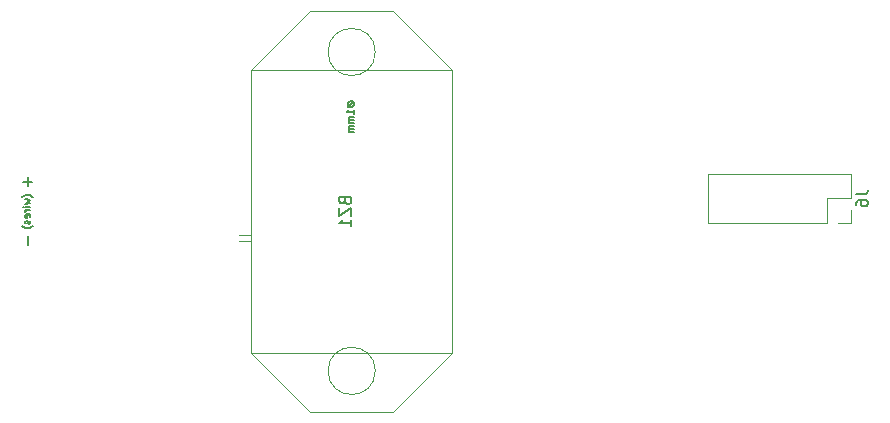
<source format=gbo>
%TF.GenerationSoftware,KiCad,Pcbnew,(5.99.0-13134-g7fd669b6a8-dirty)*%
%TF.CreationDate,2021-11-08T01:58:15+00:00*%
%TF.ProjectId,solarpump,736f6c61-7270-4756-9d70-2e6b69636164,1.0*%
%TF.SameCoordinates,Original*%
%TF.FileFunction,Legend,Bot*%
%TF.FilePolarity,Positive*%
%FSLAX46Y46*%
G04 Gerber Fmt 4.6, Leading zero omitted, Abs format (unit mm)*
G04 Created by KiCad (PCBNEW (5.99.0-13134-g7fd669b6a8-dirty)) date 2021-11-08 01:58:15*
%MOMM*%
%LPD*%
G01*
G04 APERTURE LIST*
%ADD10C,0.150000*%
%ADD11C,0.130000*%
%ADD12C,0.120000*%
G04 APERTURE END LIST*
D10*
%TO.C,J6*%
X128368896Y-28386100D02*
X129083182Y-28386100D01*
X129226039Y-28338481D01*
X129321277Y-28243243D01*
X129368896Y-28100386D01*
X129368896Y-28005148D01*
X128368896Y-29290862D02*
X128368896Y-29100386D01*
X128416516Y-29005148D01*
X128464135Y-28957529D01*
X128606992Y-28862291D01*
X128797468Y-28814672D01*
X129178420Y-28814672D01*
X129273658Y-28862291D01*
X129321277Y-28909910D01*
X129368896Y-29005148D01*
X129368896Y-29195624D01*
X129321277Y-29290862D01*
X129273658Y-29338481D01*
X129178420Y-29386100D01*
X128940325Y-29386100D01*
X128845087Y-29338481D01*
X128797468Y-29290862D01*
X128749849Y-29195624D01*
X128749849Y-29005148D01*
X128797468Y-28909910D01*
X128845087Y-28862291D01*
X128940325Y-28814672D01*
%TO.C,BZ1*%
X85079806Y-28939269D02*
X85127425Y-29082126D01*
X85175044Y-29129745D01*
X85270282Y-29177364D01*
X85413139Y-29177364D01*
X85508377Y-29129745D01*
X85555996Y-29082126D01*
X85603615Y-28986888D01*
X85603615Y-28605936D01*
X84603615Y-28605936D01*
X84603615Y-28939269D01*
X84651235Y-29034507D01*
X84698854Y-29082126D01*
X84794092Y-29129745D01*
X84889330Y-29129745D01*
X84984568Y-29082126D01*
X85032187Y-29034507D01*
X85079806Y-28939269D01*
X85079806Y-28605936D01*
X84603615Y-29510698D02*
X84603615Y-30177364D01*
X85603615Y-29510698D01*
X85603615Y-30177364D01*
X85603615Y-31082126D02*
X85603615Y-30510698D01*
X85603615Y-30796412D02*
X84603615Y-30796412D01*
X84746473Y-30701174D01*
X84841711Y-30605936D01*
X84889330Y-30510698D01*
D11*
X58651235Y-28591650D02*
X58622663Y-28563079D01*
X58536949Y-28505936D01*
X58479806Y-28477364D01*
X58394092Y-28448793D01*
X58251235Y-28420222D01*
X58136949Y-28420222D01*
X57994092Y-28448793D01*
X57908377Y-28477364D01*
X57851235Y-28505936D01*
X57765520Y-28563079D01*
X57736949Y-28591650D01*
X58022663Y-28763079D02*
X58422663Y-28877364D01*
X58136949Y-28991650D01*
X58422663Y-29105936D01*
X58022663Y-29220222D01*
X58422663Y-29448793D02*
X58022663Y-29448793D01*
X57822663Y-29448793D02*
X57851235Y-29420222D01*
X57879806Y-29448793D01*
X57851235Y-29477364D01*
X57822663Y-29448793D01*
X57879806Y-29448793D01*
X58422663Y-29734507D02*
X58022663Y-29734507D01*
X58136949Y-29734507D02*
X58079806Y-29763079D01*
X58051235Y-29791650D01*
X58022663Y-29848793D01*
X58022663Y-29905936D01*
X58394092Y-30334507D02*
X58422663Y-30277364D01*
X58422663Y-30163079D01*
X58394092Y-30105936D01*
X58336949Y-30077364D01*
X58108377Y-30077364D01*
X58051235Y-30105936D01*
X58022663Y-30163079D01*
X58022663Y-30277364D01*
X58051235Y-30334507D01*
X58108377Y-30363079D01*
X58165520Y-30363079D01*
X58222663Y-30077364D01*
X58394092Y-30591650D02*
X58422663Y-30648793D01*
X58422663Y-30763079D01*
X58394092Y-30820222D01*
X58336949Y-30848793D01*
X58308377Y-30848793D01*
X58251235Y-30820222D01*
X58222663Y-30763079D01*
X58222663Y-30677364D01*
X58194092Y-30620222D01*
X58136949Y-30591650D01*
X58108377Y-30591650D01*
X58051235Y-30620222D01*
X58022663Y-30677364D01*
X58022663Y-30763079D01*
X58051235Y-30820222D01*
X58651235Y-31048793D02*
X58622663Y-31077364D01*
X58536949Y-31134507D01*
X58479806Y-31163079D01*
X58394092Y-31191650D01*
X58251235Y-31220222D01*
X58136949Y-31220222D01*
X57994092Y-31191650D01*
X57908377Y-31163079D01*
X57851235Y-31134507D01*
X57765520Y-31077364D01*
X57736949Y-31048793D01*
D10*
X58222663Y-31939269D02*
X58222663Y-32701174D01*
X58222663Y-26939269D02*
X58222663Y-27701174D01*
X58603615Y-27320222D02*
X57841711Y-27320222D01*
D11*
X85365520Y-20677364D02*
X85365520Y-20791650D01*
X85422663Y-20905936D01*
X85536949Y-20963079D01*
X85651235Y-20963079D01*
X85765520Y-20905936D01*
X85822663Y-20791650D01*
X85822663Y-20677364D01*
X85765520Y-20563079D01*
X85651235Y-20505936D01*
X85536949Y-20505936D01*
X85422663Y-20563079D01*
X85365520Y-20677364D01*
X85365520Y-20963079D02*
X85822663Y-20505936D01*
X85822663Y-21563079D02*
X85822663Y-21220222D01*
X85822663Y-21391650D02*
X85222663Y-21391650D01*
X85308377Y-21334507D01*
X85365520Y-21277364D01*
X85394092Y-21220222D01*
X85822663Y-21820222D02*
X85422663Y-21820222D01*
X85479806Y-21820222D02*
X85451235Y-21848793D01*
X85422663Y-21905936D01*
X85422663Y-21991650D01*
X85451235Y-22048793D01*
X85508377Y-22077364D01*
X85822663Y-22077364D01*
X85508377Y-22077364D02*
X85451235Y-22105936D01*
X85422663Y-22163079D01*
X85422663Y-22248793D01*
X85451235Y-22305936D01*
X85508377Y-22334507D01*
X85822663Y-22334507D01*
X85822663Y-22620222D02*
X85422663Y-22620222D01*
X85479806Y-22620222D02*
X85451235Y-22648793D01*
X85422663Y-22705936D01*
X85422663Y-22791650D01*
X85451235Y-22848793D01*
X85508377Y-22877364D01*
X85822663Y-22877364D01*
X85508377Y-22877364D02*
X85451235Y-22905936D01*
X85422663Y-22963079D01*
X85422663Y-23048793D01*
X85451235Y-23105936D01*
X85508377Y-23134507D01*
X85822663Y-23134507D01*
D12*
%TO.C,J6*%
X127916516Y-26659434D02*
X115796516Y-26659434D01*
X126856516Y-30779434D02*
X127916516Y-30779434D01*
X127916516Y-30779434D02*
X127916516Y-29719434D01*
X115796516Y-30779434D02*
X115796516Y-26659434D01*
X125856516Y-30779434D02*
X115796516Y-30779434D01*
X125856516Y-30779434D02*
X125856516Y-28719434D01*
X125856516Y-28719434D02*
X127916516Y-28719434D01*
X127916516Y-28719434D02*
X127916516Y-26659434D01*
%TO.C,BZ1*%
X82151235Y-46820222D02*
X77151235Y-41820222D01*
X89151235Y-46820222D02*
X94151235Y-41820222D01*
X77151235Y-31820222D02*
X76151235Y-31820222D01*
X89151235Y-12820222D02*
X94151235Y-17820222D01*
X82151235Y-12820222D02*
X89151235Y-12820222D01*
X82151235Y-12820222D02*
X77151235Y-17820222D01*
X82151235Y-46820222D02*
X89151235Y-46820222D01*
X77151235Y-32320222D02*
X76151235Y-32320222D01*
X77151235Y-17820222D02*
X94151235Y-17820222D01*
X94151235Y-17820222D02*
X94151235Y-41820222D01*
X94151235Y-41820222D02*
X77151235Y-41820222D01*
X77151235Y-41820222D02*
X77151235Y-17820222D01*
X87651235Y-43320222D02*
G75*
G03*
X87651235Y-43320222I-2000000J0D01*
G01*
X87651235Y-16320222D02*
G75*
G03*
X87651235Y-16320222I-2000000J0D01*
G01*
%TD*%
M02*

</source>
